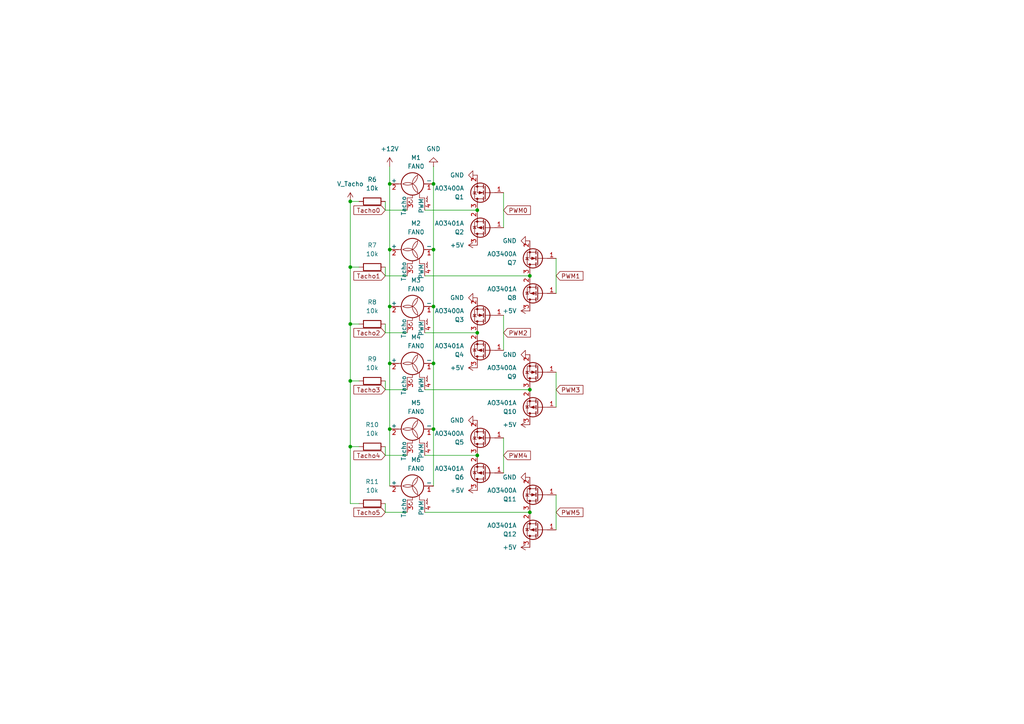
<source format=kicad_sch>
(kicad_sch (version 20231120) (generator "eeschema") (generator_version "8.0")
  (paper "A4")
  (lib_symbols
    (symbol "Device:R" (pin_numbers hide) (pin_names (offset 0))
      (property "Reference" "R" (at 2.032 0 90))
      (property "Value" "R" (at 0 0 90))
      (symbol "R_0_1"
        (rectangle (start -1.016 -2.54) (end 1.016 2.54) (stroke (width 0.254)))
      )
      (symbol "R_1_1"
        (pin passive line (at 0 3.81 270) (length 1.27) (name "~") (number "1"))
        (pin passive line (at 0 -3.81 90) (length 1.27) (name "~") (number "2"))
      )
    )
    (symbol "Motor:Fan_Tacho_PWM" (pin_names (offset 0))
      (property "Reference" "M" (at 2.54 5.08 0))
      (property "Value" "Fan_Tacho_PWM" (at 2.54 -2.54 0))
      (symbol "Fan_Tacho_PWM_0_0"
        (arc (start -5.588 1.524) (mid -5.08 1.0182) (end -4.572 1.524))
        (arc (start -5.08 2.032) (mid -5.4392 1.8832) (end -5.588 1.524))
        (polyline (pts (xy -5.08 2.032) (xy -5.334 2.159)))
        (polyline (pts (xy -5.08 2.032) (xy -5.207 1.778)))
        (polyline (pts (xy -4.064 2.54) (xy -4.064 1.016) (xy -3.302 1.016)))
      )
      (symbol "Fan_Tacho_PWM_0_1"
        (arc (start -2.54 -0.508) (mid 0.0028 0.9121) (end 0 3.81))
        (polyline (pts (xy -4.064 2.54) (xy -5.08 2.54)))
        (polyline (pts (xy 0 -5.08) (xy 0 -4.572)))
        (polyline (pts (xy 0 -2.2352) (xy 0 -2.6416)))
        (polyline (pts (xy 0 4.2672) (xy 0 4.6228)))
        (polyline (pts (xy 0 4.572) (xy 0 5.08)))
        (polyline (pts (xy -2.54 -1.016) (xy -4.064 -1.016) (xy -4.064 -2.54) (xy -5.08 -2.54)))
        (polyline (pts (xy -5.334 -3.302) (xy -5.08 -3.302) (xy -5.08 -3.048) (xy -4.826 -3.048) (xy -4.826 -3.302) (xy -4.318 -3.302) (xy -4.318 -3.048) (xy -4.064 -3.048) (xy -4.064 -3.302) (xy -3.556 -3.302)))
        (circle (center 0 1.016) (radius 3.2512) (stroke (width 0.254)))
        (arc (start 0 3.81) (mid 0.053 0.921) (end 2.54 -0.508))
        (arc (start 2.54 -0.508) (mid 0 1.0618) (end -2.54 -0.508))
      )
      (symbol "Fan_Tacho_PWM_1_1"
        (pin passive line (at 0 -5.08 90) (length 2.54) (name "-") (number "1"))
        (pin passive line (at 0 7.62 270) (length 2.54) (name "+") (number "2"))
        (pin passive line (at -7.62 2.54 0) (length 2.54) (name "Tacho") (number "3"))
        (pin input line (at -7.62 -2.54 0) (length 2.54) (name "PWM") (number "4"))
      )
    )
    (symbol "Transistor_FET:AO3400A" (pin_names hide)
      (property "Reference" "Q" (at 5.08 1.905 0))
      (property "Value" "AO3400A" (at 5.08 0 0))
      (symbol "AO3400A_0_1"
        (polyline (pts (xy 0.254 0) (xy -2.54 0)))
        (polyline (pts (xy 0.254 1.905) (xy 0.254 -1.905)) (stroke (width 0.254)))
        (polyline (pts (xy 0.762 -1.27) (xy 0.762 -2.286)) (stroke (width 0.254)))
        (polyline (pts (xy 0.762 0.508) (xy 0.762 -0.508)) (stroke (width 0.254)))
        (polyline (pts (xy 0.762 2.286) (xy 0.762 1.27)) (stroke (width 0.254)))
        (polyline (pts (xy 2.54 2.54) (xy 2.54 1.778)))
        (polyline (pts (xy 2.54 -2.54) (xy 2.54 0) (xy 0.762 0)))
        (polyline (pts (xy 0.762 -1.778) (xy 3.302 -1.778) (xy 3.302 1.778) (xy 0.762 1.778)))
        (polyline (pts (xy 1.016 0) (xy 2.032 0.381) (xy 2.032 -0.381) (xy 1.016 0)) (fill (type outline)))
        (polyline (pts (xy 2.794 0.508) (xy 2.921 0.381) (xy 3.683 0.381) (xy 3.81 0.254)))
        (polyline (pts (xy 3.302 0.381) (xy 2.921 -0.254) (xy 3.683 -0.254) (xy 3.302 0.381)))
        (circle (center 1.651 0) (radius 2.794) (stroke (width 0.254)))
        (circle (center 2.54 -1.778) (radius 0.254) (fill (type outline)))
        (circle (center 2.54 1.778) (radius 0.254) (fill (type outline)))
      )
      (symbol "AO3400A_1_1"
        (pin input line (at -5.08 0 0) (length 2.54) (name "G") (number "1"))
        (pin passive line (at 2.54 -5.08 90) (length 2.54) (name "S") (number "2"))
        (pin passive line (at 2.54 5.08 270) (length 2.54) (name "D") (number "3"))
      )
    )
    (symbol "Transistor_FET:AO3401A" (pin_names hide)
      (property "Reference" "Q" (at 5.08 1.905 0))
      (property "Value" "AO3401A" (at 5.08 0 0))
      (symbol "AO3401A_0_1"
        (polyline (pts (xy 0.254 0) (xy -2.54 0)))
        (polyline (pts (xy 0.254 1.905) (xy 0.254 -1.905)) (stroke (width 0.254)))
        (polyline (pts (xy 0.762 -1.27) (xy 0.762 -2.286)) (stroke (width 0.254)))
        (polyline (pts (xy 0.762 0.508) (xy 0.762 -0.508)) (stroke (width 0.254)))
        (polyline (pts (xy 0.762 2.286) (xy 0.762 1.27)) (stroke (width 0.254)))
        (polyline (pts (xy 2.54 2.54) (xy 2.54 1.778)))
        (polyline (pts (xy 2.54 -2.54) (xy 2.54 0) (xy 0.762 0)))
        (polyline (pts (xy 0.762 1.778) (xy 3.302 1.778) (xy 3.302 -1.778) (xy 0.762 -1.778)))
        (polyline (pts (xy 2.286 0) (xy 1.27 0.381) (xy 1.27 -0.381) (xy 2.286 0)) (fill (type outline)))
        (polyline (pts (xy 2.794 -0.508) (xy 2.921 -0.381) (xy 3.683 -0.381) (xy 3.81 -0.254)))
        (polyline (pts (xy 3.302 -0.381) (xy 2.921 0.254) (xy 3.683 0.254) (xy 3.302 -0.381)))
        (circle (center 1.651 0) (radius 2.794) (stroke (width 0.254)))
        (circle (center 2.54 -1.778) (radius 0.254) (fill (type outline)))
        (circle (center 2.54 1.778) (radius 0.254) (fill (type outline)))
      )
      (symbol "AO3401A_1_1"
        (pin input line (at -5.08 0 0) (length 2.54) (name "G") (number "1"))
        (pin passive line (at 2.54 -5.08 90) (length 2.54) (name "S") (number "2"))
        (pin passive line (at 2.54 5.08 270) (length 2.54) (name "D") (number "3"))
      )
    )
    (symbol "power:+12V" (power) (pin_numbers hide) (pin_names (offset 0) hide)
      (property "Value" "+12V" (at 0 3.556 0))
      (symbol "+12V_0_1"
        (polyline (pts (xy -0.762 1.27) (xy 0 2.54)))
        (polyline (pts (xy 0 0) (xy 0 2.54)))
        (polyline (pts (xy 0 2.54) (xy 0.762 1.27)))
      )
      (symbol "+12V_1_1"
        (pin power_in line (at 0 0 90) (length 0) (name "~") (number "1"))
      )
    )
    (symbol "power:+5V" (power) (pin_numbers hide) (pin_names (offset 0) hide)
      (property "Value" "+5V" (at 0 3.556 0))
      (symbol "+5V_0_1"
        (polyline (pts (xy -0.762 1.27) (xy 0 2.54)))
        (polyline (pts (xy 0 0) (xy 0 2.54)))
        (polyline (pts (xy 0 2.54) (xy 0.762 1.27)))
      )
      (symbol "+5V_1_1"
        (pin power_in line (at 0 0 90) (length 0) (name "~") (number "1"))
      )
    )
    (symbol "power:GND" (power) (pin_numbers hide) (pin_names (offset 0) hide)
      (property "Value" "GND" (at 0 -3.81 0))
      (symbol "GND_0_1"
        (polyline (pts (xy 0 0) (xy 0 -1.27) (xy 1.27 -1.27) (xy 0 -2.54) (xy -1.27 -1.27) (xy 0 -1.27)))
      )
      (symbol "GND_1_1"
        (pin power_in line (at 0 0 270) (length 0) (name "~") (number "1"))
      )
    )
  )
  (junction (at 153.67 148.59))
  (junction (at 113.03 72.39))
  (junction (at 101.6 129.54))
  (junction (at 153.67 113.03))
  (junction (at 101.6 58.42))
  (junction (at 113.03 105.41))
  (junction (at 113.03 53.34))
  (junction (at 101.6 77.47))
  (junction (at 113.03 88.9))
  (junction (at 125.73 53.34))
  (junction (at 113.03 124.46))
  (junction (at 138.43 60.96))
  (junction (at 138.43 132.08))
  (junction (at 138.43 96.52))
  (junction (at 101.6 110.49))
  (junction (at 153.67 80.01))
  (junction (at 125.73 105.41))
  (junction (at 125.73 72.39))
  (junction (at 101.6 93.98))
  (junction (at 125.73 124.46))
  (junction (at 125.73 88.9))
  (wire (pts (xy 113.03 48.26) (xy 113.03 53.34)))
  (wire (pts (xy 125.73 72.39) (xy 125.73 88.9)))
  (wire (pts (xy 111.76 129.54) (xy 111.76 132.08)))
  (wire (pts (xy 104.14 110.49) (xy 101.6 110.49)))
  (wire (pts (xy 111.76 80.01) (xy 118.11 80.01)))
  (wire (pts (xy 101.6 93.98) (xy 101.6 110.49)))
  (wire (pts (xy 111.76 113.03) (xy 118.11 113.03)))
  (wire (pts (xy 101.6 58.42) (xy 101.6 77.47)))
  (wire (pts (xy 111.76 60.96) (xy 118.11 60.96)))
  (wire (pts (xy 101.6 129.54) (xy 101.6 146.05)))
  (wire (pts (xy 123.19 60.96) (xy 138.43 60.96)))
  (wire (pts (xy 101.6 77.47) (xy 104.14 77.47)))
  (wire (pts (xy 111.76 110.49) (xy 111.76 113.03)))
  (wire (pts (xy 161.29 118.11) (xy 161.29 107.95)))
  (wire (pts (xy 111.76 132.08) (xy 118.11 132.08)))
  (wire (pts (xy 125.73 105.41) (xy 125.73 124.46)))
  (wire (pts (xy 123.19 80.01) (xy 153.67 80.01)))
  (wire (pts (xy 125.73 48.26) (xy 125.73 53.34)))
  (wire (pts (xy 101.6 110.49) (xy 101.6 129.54)))
  (wire (pts (xy 125.73 88.9) (xy 125.73 105.41)))
  (wire (pts (xy 113.03 72.39) (xy 113.03 88.9)))
  (wire (pts (xy 111.76 146.05) (xy 111.76 148.59)))
  (wire (pts (xy 113.03 124.46) (xy 113.03 140.97)))
  (wire (pts (xy 146.05 101.6) (xy 146.05 91.44)))
  (wire (pts (xy 111.76 96.52) (xy 118.11 96.52)))
  (wire (pts (xy 125.73 124.46) (xy 125.73 140.97)))
  (wire (pts (xy 113.03 53.34) (xy 113.03 72.39)))
  (wire (pts (xy 101.6 146.05) (xy 104.14 146.05)))
  (wire (pts (xy 146.05 137.16) (xy 146.05 127)))
  (wire (pts (xy 161.29 85.09) (xy 161.29 74.93)))
  (wire (pts (xy 146.05 66.04) (xy 146.05 55.88)))
  (wire (pts (xy 111.76 148.59) (xy 118.11 148.59)))
  (wire (pts (xy 161.29 153.67) (xy 161.29 143.51)))
  (wire (pts (xy 123.19 113.03) (xy 153.67 113.03)))
  (wire (pts (xy 101.6 129.54) (xy 104.14 129.54)))
  (wire (pts (xy 123.19 96.52) (xy 138.43 96.52)))
  (wire (pts (xy 111.76 58.42) (xy 111.76 60.96)))
  (wire (pts (xy 123.19 148.59) (xy 153.67 148.59)))
  (wire (pts (xy 101.6 77.47) (xy 101.6 93.98)))
  (wire (pts (xy 113.03 105.41) (xy 113.03 124.46)))
  (wire (pts (xy 113.03 88.9) (xy 113.03 105.41)))
  (wire (pts (xy 111.76 93.98) (xy 111.76 96.52)))
  (wire (pts (xy 111.76 77.47) (xy 111.76 80.01)))
  (wire (pts (xy 125.73 53.34) (xy 125.73 72.39)))
  (wire (pts (xy 123.19 132.08) (xy 138.43 132.08)))
  (wire (pts (xy 101.6 93.98) (xy 104.14 93.98)))
  (wire (pts (xy 104.14 58.42) (xy 101.6 58.42)))
  (global_label "PWM5" (shape input) (at 161.29 148.59 0) (property "Intersheetrefs" "${INTERSHEET_REFS}" (effects (hide yes))))
  (global_label "Tacho5" (shape input) (at 111.76 148.59 180) (property "Intersheetrefs" "${INTERSHEET_REFS}" (effects (hide yes))))
  (global_label "Tacho1" (shape input) (at 111.76 80.01 180) (property "Intersheetrefs" "${INTERSHEET_REFS}" (effects (hide yes))))
  (global_label "Tacho3" (shape input) (at 111.76 113.03 180) (property "Intersheetrefs" "${INTERSHEET_REFS}" (effects (hide yes))))
  (global_label "PWM1" (shape input) (at 161.29 80.01 0) (property "Intersheetrefs" "${INTERSHEET_REFS}" (effects (hide yes))))
  (global_label "PWM0" (shape input) (at 146.05 60.96 0) (property "Intersheetrefs" "${INTERSHEET_REFS}" (effects (hide yes))))
  (global_label "PWM2" (shape input) (at 146.05 96.52 0) (property "Intersheetrefs" "${INTERSHEET_REFS}" (effects (hide yes))))
  (global_label "PWM3" (shape input) (at 161.29 113.03 0) (property "Intersheetrefs" "${INTERSHEET_REFS}" (effects (hide yes))))
  (global_label "PWM4" (shape input) (at 146.05 132.08 0) (property "Intersheetrefs" "${INTERSHEET_REFS}" (effects (hide yes))))
  (global_label "Tacho0" (shape input) (at 111.76 60.96 180) (property "Intersheetrefs" "${INTERSHEET_REFS}" (effects (hide yes))))
  (global_label "Tacho4" (shape input) (at 111.76 132.08 180) (property "Intersheetrefs" "${INTERSHEET_REFS}" (effects (hide yes))))
  (global_label "Tacho2" (shape input) (at 111.76 96.52 180) (property "Intersheetrefs" "${INTERSHEET_REFS}" (effects (hide yes))))
  (symbol (lib_id "Device:R") (at 107.95 110.49 90) (unit 1)
    (property "Reference" "R9" (at 107.95 104.14 90))
    (property "Value" "10k" (at 107.95 106.68 90))
    (property "Footprint" "Resistor_SMD:R_0805_2012Metric" (effects (hide yes)))
    (property "Description" "Resistor" (effects (hide yes)))
    (property "LCSC Part #" "C17414" (effects (hide yes)))
  )
  (symbol (lib_id "power:GND") (at 125.73 48.26 180) (unit 1)
    (property "Reference" "#PWR011" (effects (hide yes)))
    (property "Value" "GND" (at 125.73 43.18 0))
    (property "Description" "Power symbol creates a global label with name \"GND\" , ground" (effects (hide yes)))
  )
  (symbol (lib_id "Transistor_FET:AO3401A") (at 140.97 66.04 180) (unit 1)
    (property "Reference" "Q2" (at 134.62 67.3101 0) (effects (justify left)))
    (property "Value" "AO3401A" (at 134.62 64.7701 0) (effects (justify left)))
    (property "Footprint" "Package_TO_SOT_SMD:SOT-23" (effects (hide yes)))
    (property "Datasheet" "http://www.aosmd.com/pdfs/datasheet/AO3401A.pdf" (effects (hide yes)))
    (property "Description" "-4.0A Id, -30V Vds, P-Channel MOSFET, SOT-23" (effects (hide yes)))
    (property "LCSC Part #" "C15127" (effects (hide yes)))
  )
  (symbol (lib_id "Transistor_FET:AO3400A") (at 156.21 143.51 180) (unit 1)
    (property "Reference" "Q11" (at 149.86 144.7801 0) (effects (justify left)))
    (property "Value" "AO3400A" (at 149.86 142.2401 0) (effects (justify left)))
    (property "Footprint" "Package_TO_SOT_SMD:SOT-23" (effects (hide yes)))
    (property "Datasheet" "http://www.aosmd.com/pdfs/datasheet/AO3400A.pdf" (effects (hide yes)))
    (property "Description" "30V Vds, 5.7A Id, N-Channel MOSFET, SOT-23" (effects (hide yes)))
    (property "LCSC Part #" "C20917" (effects (hide yes)))
  )
  (symbol (lib_id "Motor:Fan_Tacho_PWM") (at 120.65 53.34 90) (unit 1)
    (property "Reference" "M1" (at 120.65 45.72 90))
    (property "Value" "FAN0" (at 120.65 48.26 90))
    (property "Footprint" "Connector:FanPinHeader_1x04_P2.54mm_Vertical" (effects (hide yes)))
    (property "Datasheet" "http://www.formfactors.org/developer%5Cspecs%5Crev1_2_public.pdf" (effects (hide yes)))
    (property "Description" "Fan, tacho output, PWM input, 4-pin connector" (effects (hide yes)))
    (property "LCSC Part #" "C402778" (effects (hide yes)))
    (property "JLCPCB Rotation Offset" "90" (effects (hide yes)))
  )
  (symbol (lib_id "power:GND") (at 138.43 121.92 270) (unit 1)
    (property "Reference" "#PWR022" (effects (hide yes)))
    (property "Value" "GND" (at 134.62 121.9201 90) (effects (justify right)))
    (property "Description" "Power symbol creates a global label with name \"GND\" , ground" (effects (hide yes)))
  )
  (symbol (lib_id "power:GND") (at 138.43 50.8 270) (unit 1)
    (property "Reference" "#PWR012" (effects (hide yes)))
    (property "Value" "GND" (at 134.62 50.8001 90) (effects (justify right)))
    (property "Description" "Power symbol creates a global label with name \"GND\" , ground" (effects (hide yes)))
  )
  (symbol (lib_id "Motor:Fan_Tacho_PWM") (at 120.65 124.46 90) (unit 1)
    (property "Reference" "M5" (at 120.65 116.84 90))
    (property "Value" "FAN0" (at 120.65 119.38 90))
    (property "Footprint" "Connector:FanPinHeader_1x04_P2.54mm_Vertical" (effects (hide yes)))
    (property "Datasheet" "http://www.formfactors.org/developer%5Cspecs%5Crev1_2_public.pdf" (effects (hide yes)))
    (property "Description" "Fan, tacho output, PWM input, 4-pin connector" (effects (hide yes)))
    (property "LCSC Part #" "C402778" (effects (hide yes)))
    (property "JLCPCB Rotation Offset" "90" (effects (hide yes)))
  )
  (symbol (lib_id "Motor:Fan_Tacho_PWM") (at 120.65 140.97 90) (unit 1)
    (property "Reference" "M6" (at 120.65 133.35 90))
    (property "Value" "FAN0" (at 120.65 135.89 90))
    (property "Footprint" "Connector:FanPinHeader_1x04_P2.54mm_Vertical" (effects (hide yes)))
    (property "Datasheet" "http://www.formfactors.org/developer%5Cspecs%5Crev1_2_public.pdf" (effects (hide yes)))
    (property "Description" "Fan, tacho output, PWM input, 4-pin connector" (effects (hide yes)))
    (property "LCSC Part #" "C402778" (effects (hide yes)))
    (property "JLCPCB Rotation Offset" "90" (effects (hide yes)))
  )
  (symbol (lib_id "power:GND") (at 153.67 69.85 270) (unit 1)
    (property "Reference" "#PWR026" (effects (hide yes)))
    (property "Value" "GND" (at 149.86 69.8501 90) (effects (justify right)))
    (property "Description" "Power symbol creates a global label with name \"GND\" , ground" (effects (hide yes)))
  )
  (symbol (lib_id "Device:R") (at 107.95 58.42 90) (unit 1)
    (property "Reference" "R6" (at 107.95 52.07 90))
    (property "Value" "10k" (at 107.95 54.61 90))
    (property "Footprint" "Resistor_SMD:R_0805_2012Metric" (effects (hide yes)))
    (property "Description" "Resistor" (effects (hide yes)))
    (property "LCSC Part #" "C17414" (effects (hide yes)))
  )
  (symbol (lib_id "Transistor_FET:AO3400A") (at 140.97 127 180) (unit 1)
    (property "Reference" "Q5" (at 134.62 128.2701 0) (effects (justify left)))
    (property "Value" "AO3400A" (at 134.62 125.7301 0) (effects (justify left)))
    (property "Footprint" "Package_TO_SOT_SMD:SOT-23" (effects (hide yes)))
    (property "Datasheet" "http://www.aosmd.com/pdfs/datasheet/AO3400A.pdf" (effects (hide yes)))
    (property "Description" "30V Vds, 5.7A Id, N-Channel MOSFET, SOT-23" (effects (hide yes)))
    (property "LCSC Part #" "C20917" (effects (hide yes)))
  )
  (symbol (lib_id "Transistor_FET:AO3401A") (at 156.21 153.67 180) (unit 1)
    (property "Reference" "Q12" (at 149.86 154.9401 0) (effects (justify left)))
    (property "Value" "AO3401A" (at 149.86 152.4001 0) (effects (justify left)))
    (property "Footprint" "Package_TO_SOT_SMD:SOT-23" (effects (hide yes)))
    (property "Datasheet" "http://www.aosmd.com/pdfs/datasheet/AO3401A.pdf" (effects (hide yes)))
    (property "Description" "-4.0A Id, -30V Vds, P-Channel MOSFET, SOT-23" (effects (hide yes)))
    (property "LCSC Part #" "C15127" (effects (hide yes)))
  )
  (symbol (lib_id "Motor:Fan_Tacho_PWM") (at 120.65 88.9 90) (unit 1)
    (property "Reference" "M3" (at 120.65 81.28 90))
    (property "Value" "FAN0" (at 120.65 83.82 90))
    (property "Footprint" "Connector:FanPinHeader_1x04_P2.54mm_Vertical" (effects (hide yes)))
    (property "Datasheet" "http://www.formfactors.org/developer%5Cspecs%5Crev1_2_public.pdf" (effects (hide yes)))
    (property "Description" "Fan, tacho output, PWM input, 4-pin connector" (effects (hide yes)))
    (property "LCSC Part #" "C402778" (effects (hide yes)))
    (property "JLCPCB Rotation Offset" "90" (effects (hide yes)))
  )
  (symbol (lib_id "Device:R") (at 107.95 77.47 90) (unit 1)
    (property "Reference" "R7" (at 107.95 71.12 90))
    (property "Value" "10k" (at 107.95 73.66 90))
    (property "Footprint" "Resistor_SMD:R_0805_2012Metric" (effects (hide yes)))
    (property "Description" "Resistor" (effects (hide yes)))
    (property "LCSC Part #" "C17414" (effects (hide yes)))
  )
  (symbol (lib_id "power:+5V") (at 138.43 106.68 90) (unit 1)
    (property "Reference" "#PWR021" (effects (hide yes)))
    (property "Value" "+5V" (at 134.62 106.6801 90) (effects (justify left)))
    (property "Description" "Power symbol creates a global label with name \"+5V\"" (effects (hide yes)))
  )
  (symbol (lib_id "Device:R") (at 107.95 146.05 90) (unit 1)
    (property "Reference" "R11" (at 107.95 139.7 90))
    (property "Value" "10k" (at 107.95 142.24 90))
    (property "Footprint" "Resistor_SMD:R_0805_2012Metric" (effects (hide yes)))
    (property "Description" "Resistor" (effects (hide yes)))
    (property "LCSC Part #" "C17414" (effects (hide yes)))
  )
  (symbol (lib_id "power:+12V") (at 113.03 48.26 0) (unit 1)
    (property "Reference" "#PWR08" (effects (hide yes)))
    (property "Value" "+12V" (at 113.03 43.18 0))
    (property "Description" "Power symbol creates a global label with name \"+12V\"" (effects (hide yes)))
  )
  (symbol (lib_id "Transistor_FET:AO3401A") (at 140.97 101.6 180) (unit 1)
    (property "Reference" "Q4" (at 134.62 102.8701 0) (effects (justify left)))
    (property "Value" "AO3401A" (at 134.62 100.3301 0) (effects (justify left)))
    (property "Footprint" "Package_TO_SOT_SMD:SOT-23" (effects (hide yes)))
    (property "Datasheet" "http://www.aosmd.com/pdfs/datasheet/AO3401A.pdf" (effects (hide yes)))
    (property "Description" "-4.0A Id, -30V Vds, P-Channel MOSFET, SOT-23" (effects (hide yes)))
    (property "LCSC Part #" "C15127" (effects (hide yes)))
  )
  (symbol (lib_id "Transistor_FET:AO3400A") (at 156.21 107.95 180) (unit 1)
    (property "Reference" "Q9" (at 149.86 109.2201 0) (effects (justify left)))
    (property "Value" "AO3400A" (at 149.86 106.6801 0) (effects (justify left)))
    (property "Footprint" "Package_TO_SOT_SMD:SOT-23" (effects (hide yes)))
    (property "Datasheet" "http://www.aosmd.com/pdfs/datasheet/AO3400A.pdf" (effects (hide yes)))
    (property "Description" "30V Vds, 5.7A Id, N-Channel MOSFET, SOT-23" (effects (hide yes)))
    (property "LCSC Part #" "C20917" (effects (hide yes)))
  )
  (symbol (lib_id "power:GND") (at 138.43 86.36 270) (unit 1)
    (property "Reference" "#PWR020" (effects (hide yes)))
    (property "Value" "GND" (at 134.62 86.3601 90) (effects (justify right)))
    (property "Description" "Power symbol creates a global label with name \"GND\" , ground" (effects (hide yes)))
  )
  (symbol (lib_id "Transistor_FET:AO3401A") (at 156.21 118.11 180) (unit 1)
    (property "Reference" "Q10" (at 149.86 119.3801 0) (effects (justify left)))
    (property "Value" "AO3401A" (at 149.86 116.8401 0) (effects (justify left)))
    (property "Footprint" "Package_TO_SOT_SMD:SOT-23" (effects (hide yes)))
    (property "Datasheet" "http://www.aosmd.com/pdfs/datasheet/AO3401A.pdf" (effects (hide yes)))
    (property "Description" "-4.0A Id, -30V Vds, P-Channel MOSFET, SOT-23" (effects (hide yes)))
    (property "LCSC Part #" "C15127" (effects (hide yes)))
  )
  (symbol (lib_id "Transistor_FET:AO3401A") (at 140.97 137.16 180) (unit 1)
    (property "Reference" "Q6" (at 134.62 138.4301 0) (effects (justify left)))
    (property "Value" "AO3401A" (at 134.62 135.8901 0) (effects (justify left)))
    (property "Footprint" "Package_TO_SOT_SMD:SOT-23" (effects (hide yes)))
    (property "Datasheet" "http://www.aosmd.com/pdfs/datasheet/AO3401A.pdf" (effects (hide yes)))
    (property "Description" "-4.0A Id, -30V Vds, P-Channel MOSFET, SOT-23" (effects (hide yes)))
    (property "LCSC Part #" "C15127" (effects (hide yes)))
  )
  (symbol (lib_id "Motor:Fan_Tacho_PWM") (at 120.65 72.39 90) (unit 1)
    (property "Reference" "M2" (at 120.65 64.77 90))
    (property "Value" "FAN0" (at 120.65 67.31 90))
    (property "Footprint" "Connector:FanPinHeader_1x04_P2.54mm_Vertical" (effects (hide yes)))
    (property "Datasheet" "http://www.formfactors.org/developer%5Cspecs%5Crev1_2_public.pdf" (effects (hide yes)))
    (property "Description" "Fan, tacho output, PWM input, 4-pin connector" (effects (hide yes)))
    (property "LCSC Part #" "C402778" (effects (hide yes)))
    (property "JLCPCB Rotation Offset" "90" (effects (hide yes)))
  )
  (symbol (lib_id "Motor:Fan_Tacho_PWM") (at 120.65 105.41 90) (unit 1)
    (property "Reference" "M4" (at 120.65 97.79 90))
    (property "Value" "FAN0" (at 120.65 100.33 90))
    (property "Footprint" "Connector:FanPinHeader_1x04_P2.54mm_Vertical" (effects (hide yes)))
    (property "Datasheet" "http://www.formfactors.org/developer%5Cspecs%5Crev1_2_public.pdf" (effects (hide yes)))
    (property "Description" "Fan, tacho output, PWM input, 4-pin connector" (effects (hide yes)))
    (property "LCSC Part #" "C402778" (effects (hide yes)))
    (property "JLCPCB Rotation Offset" "90" (effects (hide yes)))
  )
  (symbol (lib_id "Device:R") (at 107.95 129.54 90) (unit 1)
    (property "Reference" "R10" (at 107.95 123.19 90))
    (property "Value" "10k" (at 107.95 125.73 90))
    (property "Footprint" "Resistor_SMD:R_0805_2012Metric" (effects (hide yes)))
    (property "Description" "Resistor" (effects (hide yes)))
    (property "LCSC Part #" "C17414" (effects (hide yes)))
  )
  (symbol (lib_id "Device:R") (at 107.95 93.98 90) (unit 1)
    (property "Reference" "R8" (at 107.95 87.63 90))
    (property "Value" "10k" (at 107.95 90.17 90))
    (property "Footprint" "Resistor_SMD:R_0805_2012Metric" (effects (hide yes)))
    (property "Description" "Resistor" (effects (hide yes)))
    (property "LCSC Part #" "C17414" (effects (hide yes)))
  )
  (symbol (lib_id "power:+5V") (at 153.67 158.75 90) (unit 1)
    (property "Reference" "#PWR032" (effects (hide yes)))
    (property "Value" "+5V" (at 149.86 158.7501 90) (effects (justify left)))
    (property "Description" "Power symbol creates a global label with name \"+5V\"" (effects (hide yes)))
  )
  (symbol (lib_id "Transistor_FET:AO3400A") (at 140.97 91.44 180) (unit 1)
    (property "Reference" "Q3" (at 134.62 92.7101 0) (effects (justify left)))
    (property "Value" "AO3400A" (at 134.62 90.1701 0) (effects (justify left)))
    (property "Footprint" "Package_TO_SOT_SMD:SOT-23" (effects (hide yes)))
    (property "Datasheet" "http://www.aosmd.com/pdfs/datasheet/AO3400A.pdf" (effects (hide yes)))
    (property "Description" "30V Vds, 5.7A Id, N-Channel MOSFET, SOT-23" (effects (hide yes)))
    (property "LCSC Part #" "C20917" (effects (hide yes)))
  )
  (symbol (lib_id "power:+5V") (at 153.67 90.17 90) (unit 1)
    (property "Reference" "#PWR028" (effects (hide yes)))
    (property "Value" "+5V" (at 149.86 90.1701 90) (effects (justify left)))
    (property "Description" "Power symbol creates a global label with name \"+5V\"" (effects (hide yes)))
  )
  (symbol (lib_id "power:+12V") (at 101.6 58.42 0) (unit 1)
    (property "Reference" "#PWR07" (effects (hide yes)))
    (property "Value" "V_Tacho" (at 101.6 53.34 0))
    (property "Description" "Power symbol creates a global label with name \"+12V\"" (effects (hide yes)))
  )
  (symbol (lib_id "power:+5V") (at 138.43 142.24 90) (unit 1)
    (property "Reference" "#PWR025" (effects (hide yes)))
    (property "Value" "+5V" (at 134.62 142.2401 90) (effects (justify left)))
    (property "Description" "Power symbol creates a global label with name \"+5V\"" (effects (hide yes)))
  )
  (symbol (lib_id "power:+5V") (at 138.43 71.12 90) (unit 1)
    (property "Reference" "#PWR017" (effects (hide yes)))
    (property "Value" "+5V" (at 134.62 71.1201 90) (effects (justify left)))
    (property "Description" "Power symbol creates a global label with name \"+5V\"" (effects (hide yes)))
  )
  (symbol (lib_id "Transistor_FET:AO3400A") (at 140.97 55.88 180) (unit 1)
    (property "Reference" "Q1" (at 134.62 57.1501 0) (effects (justify left)))
    (property "Value" "AO3400A" (at 134.62 54.6101 0) (effects (justify left)))
    (property "Footprint" "Package_TO_SOT_SMD:SOT-23" (effects (hide yes)))
    (property "Datasheet" "http://www.aosmd.com/pdfs/datasheet/AO3400A.pdf" (effects (hide yes)))
    (property "Description" "30V Vds, 5.7A Id, N-Channel MOSFET, SOT-23" (effects (hide yes)))
    (property "LCSC Part #" "C20917" (effects (hide yes)))
  )
  (symbol (lib_id "power:+5V") (at 153.67 123.19 90) (unit 1)
    (property "Reference" "#PWR030" (effects (hide yes)))
    (property "Value" "+5V" (at 149.86 123.1901 90) (effects (justify left)))
    (property "Description" "Power symbol creates a global label with name \"+5V\"" (effects (hide yes)))
  )
  (symbol (lib_id "Transistor_FET:AO3401A") (at 156.21 85.09 180) (unit 1)
    (property "Reference" "Q8" (at 149.86 86.3601 0) (effects (justify left)))
    (property "Value" "AO3401A" (at 149.86 83.8201 0) (effects (justify left)))
    (property "Footprint" "Package_TO_SOT_SMD:SOT-23" (effects (hide yes)))
    (property "Datasheet" "http://www.aosmd.com/pdfs/datasheet/AO3401A.pdf" (effects (hide yes)))
    (property "Description" "-4.0A Id, -30V Vds, P-Channel MOSFET, SOT-23" (effects (hide yes)))
    (property "LCSC Part #" "C15127" (effects (hide yes)))
  )
  (symbol (lib_id "power:GND") (at 153.67 102.87 270) (unit 1)
    (property "Reference" "#PWR029" (effects (hide yes)))
    (property "Value" "GND" (at 149.86 102.8701 90) (effects (justify right)))
    (property "Description" "Power symbol creates a global label with name \"GND\" , ground" (effects (hide yes)))
  )
  (symbol (lib_id "Transistor_FET:AO3400A") (at 156.21 74.93 180) (unit 1)
    (property "Reference" "Q7" (at 149.86 76.2001 0) (effects (justify left)))
    (property "Value" "AO3400A" (at 149.86 73.6601 0) (effects (justify left)))
    (property "Footprint" "Package_TO_SOT_SMD:SOT-23" (effects (hide yes)))
    (property "Datasheet" "http://www.aosmd.com/pdfs/datasheet/AO3400A.pdf" (effects (hide yes)))
    (property "Description" "30V Vds, 5.7A Id, N-Channel MOSFET, SOT-23" (effects (hide yes)))
    (property "LCSC Part #" "C20917" (effects (hide yes)))
  )
  (symbol (lib_id "power:GND") (at 153.67 138.43 270) (unit 1)
    (property "Reference" "#PWR031" (effects (hide yes)))
    (property "Value" "GND" (at 149.86 138.4301 90) (effects (justify right)))
    (property "Description" "Power symbol creates a global label with name \"GND\" , ground" (effects (hide yes)))
  )
)
</source>
